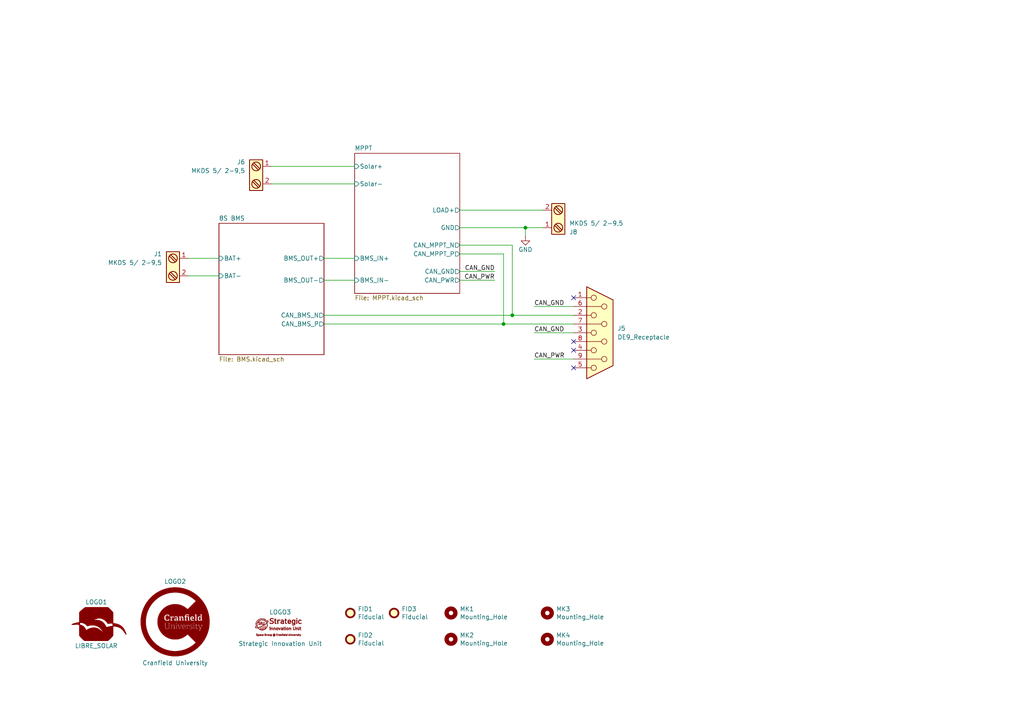
<source format=kicad_sch>
(kicad_sch (version 20250114) (generator "eeschema") (generator_version "9.0")
  (paper "A4")
  (lib_symbols
    (symbol "Connector:DE9_Receptacle" (pin_names (offset 1.016) (hide yes))
      (property "Reference" "J" (at 0 13.97 0))
      (property "Value" "DE9_Receptacle" (at 0 -14.605 0))
      (symbol "DE9_Receptacle_1_1"
        (pin passive line (at -7.62 10.16 0) (length 3.81) (name "1") (number "1"))
        (pin passive line (at -7.62 7.62 0) (length 3.81) (name "6") (number "6"))
        (pin passive line (at -7.62 5.08 0) (length 3.81) (name "2") (number "2"))
        (pin passive line (at -7.62 2.54 0) (length 3.81) (name "7") (number "7"))
        (pin passive line (at -7.62 0 0) (length 3.81) (name "3") (number "3"))
        (pin passive line (at -7.62 -2.54 0) (length 3.81) (name "8") (number "8"))
        (pin passive line (at -7.62 -5.08 0) (length 3.81) (name "4") (number "4"))
        (pin passive line (at -7.62 -7.62 0) (length 3.81) (name "9") (number "9"))
        (pin passive line (at -7.62 -10.16 0) (length 3.81) (name "5") (number "5"))
      )
    )
    (symbol "Mechanical:Fiducial" (exclude_from_sim yes) (in_bom no)
      (property "Reference" "FID" (at 0 5.08 0))
      (property "Value" "Fiducial" (at 0 3.175 0))
    )
    (symbol "Mechanical:MountingHole" (pin_names (offset 1.016)) (exclude_from_sim yes) (in_bom no)
      (property "Reference" "H" (at 0 5.08 0))
      (property "Value" "MountingHole" (at 0 3.175 0))
    )
    (symbol "Project:LibreSolar_Logo" (pin_numbers (hide yes)) (pin_names (offset 1.016) (hide yes))
      (property "Reference" "LOGO" (at 0 6.985 0))
      (property "Value" "LibreSolar_Logo" (at 0 -5.715 0))
    )
    (symbol "Project:Screw_Terminal_1x02" (pin_names (offset 0.762) (hide yes))
      (property "Reference" "J" (at 0 6.35 0))
      (property "Value" "Screw_Terminal_1x02" (at -3.81 0 90))
      (symbol "Screw_Terminal_1x02_1_1"
        (pin passive line (at 5.08 2.54 180) (length 2.54) (name "~") (number "1"))
        (pin passive line (at 5.08 -2.54 180) (length 2.54) (name "~") (number "2"))
      )
    )
    (symbol "cranfield_logo:LOGO" (pin_names (offset 1.016)))
    (symbol "power:GND" (power) (pin_numbers (hide yes)) (pin_names (offset 0) (hide yes))
      (property "Value" "GND" (at 0 -3.81 0))
      (symbol "GND_1_1"
        (pin power_in line (at 0 0 270) (length 0) (name "~") (number "1"))
      )
    )
    (symbol "strategic_innovation_unit:LOGO" (pin_names (offset 1.016)))
  )
  (junction (at 146.05 93.98))
  (junction (at 148.59 91.44))
  (junction (at 152.4 66.04))
  (no_connect (at 166.37 86.36))
  (no_connect (at 166.37 101.6))
  (no_connect (at 166.37 106.68))
  (no_connect (at 166.37 99.06))
  (wire (pts (xy 154.94 88.9) (xy 166.37 88.9)))
  (wire (pts (xy 133.35 73.66) (xy 146.05 73.66)))
  (wire (pts (xy 93.98 91.44) (xy 148.59 91.44)))
  (wire (pts (xy 93.98 93.98) (xy 146.05 93.98)))
  (wire (pts (xy 78.74 53.34) (xy 102.87 53.34)))
  (wire (pts (xy 133.35 71.12) (xy 148.59 71.12)))
  (wire (pts (xy 154.94 104.14) (xy 166.37 104.14)))
  (wire (pts (xy 54.61 80.01) (xy 63.5 80.01)))
  (wire (pts (xy 93.98 74.93) (xy 102.87 74.93)))
  (wire (pts (xy 78.74 48.26) (xy 102.87 48.26)))
  (wire (pts (xy 133.35 66.04) (xy 152.4 66.04)))
  (wire (pts (xy 93.98 81.28) (xy 102.87 81.28)))
  (wire (pts (xy 54.61 74.93) (xy 63.5 74.93)))
  (wire (pts (xy 148.59 71.12) (xy 148.59 91.44)))
  (wire (pts (xy 157.48 66.04) (xy 152.4 66.04)))
  (wire (pts (xy 146.05 93.98) (xy 166.37 93.98)))
  (wire (pts (xy 143.51 78.74) (xy 133.35 78.74)))
  (wire (pts (xy 148.59 91.44) (xy 166.37 91.44)))
  (wire (pts (xy 152.4 66.04) (xy 152.4 68.58)))
  (wire (pts (xy 133.35 81.28) (xy 143.51 81.28)))
  (wire (pts (xy 146.05 73.66) (xy 146.05 93.98)))
  (wire (pts (xy 133.35 60.96) (xy 157.48 60.96)))
  (wire (pts (xy 154.94 96.52) (xy 166.37 96.52)))
  (label "CAN_GND" (at 154.94 88.9 0))
  (label "CAN_PWR" (at 154.94 104.14 0))
  (label "CAN_GND" (at 154.94 96.52 0))
  (label "CAN_GND" (at 143.51 78.74 180))
  (label "CAN_PWR" (at 143.51 81.28 180))
  (symbol (lib_id "cranfield_logo:LOGO") (at 50.8 180.34 0) (unit 1)
    (property "Reference" "LOGO2" (at 50.8 168.656 0))
    (property "Value" "Cranfield University" (at 50.8 192.278 0))
    (property "Footprint" "LibreSolar:cranfield_logo" (effects (hide yes)))
  )
  (symbol (lib_id "Mechanical:Fiducial") (at 101.6 185.42 0) (unit 1)
    (property "Reference" "FID2" (at 103.759 184.2516 0) (effects (justify left)))
    (property "Value" "Fiducial" (at 103.759 186.563 0) (effects (justify left)))
    (property "Footprint" "LibreSolar:Fiducial_0.7mm" (effects (hide yes)))
    (property "Config" "+info" (effects (hide yes)))
  )
  (symbol (lib_id "Project:LibreSolar_Logo") (at 27.94 181.61 0) (unit 1)
    (property "Reference" "LOGO1" (at 27.94 174.625 0))
    (property "Value" "LIBRE_SOLAR" (at 27.94 187.325 0))
    (property "Footprint" "LibreSolar:LIBRESOLAR_LOGO" (effects (hide yes)))
    (property "Config" "+info" (effects (hide yes)))
  )
  (symbol (lib_id "Mechanical:Fiducial") (at 114.3 177.8 0) (unit 1)
    (property "Reference" "FID3" (at 116.459 176.6316 0) (effects (justify left)))
    (property "Value" "Fiducial" (at 116.459 178.943 0) (effects (justify left)))
    (property "Footprint" "LibreSolar:Fiducial_0.7mm" (effects (hide yes)))
    (property "Config" "+info" (effects (hide yes)))
  )
  (symbol (lib_id "strategic_innovation_unit:LOGO") (at 81.28 181.61 0) (unit 1)
    (property "Reference" "LOGO3" (at 81.28 177.546 0))
    (property "Value" "Strategic Innovation Unit" (at 81.28 186.69 0))
    (property "Footprint" "LibreSolar:strategic_innovation_unit" (effects (hide yes)))
  )
  (symbol (lib_id "Connector:DE9_Receptacle") (at 173.99 96.52 0) (unit 1)
    (property "Reference" "J5" (at 179.07 95.2499 0) (effects (justify left)))
    (property "Value" "DE9_Receptacle" (at 179.07 97.7899 0) (effects (justify left)))
    (property "Footprint" "LibreSolar:TE_2311765-1" (effects (hide yes)))
    (property "Description" "9-pin female receptacle socket D-SUB connector" (effects (hide yes)))
  )
  (symbol (lib_id "Mechanical:MountingHole") (at 158.75 185.42 0) (unit 1)
    (property "Reference" "MK4" (at 161.29 184.2516 0) (effects (justify left)))
    (property "Value" "Mounting_Hole" (at 161.29 186.563 0) (effects (justify left)))
    (property "Footprint" "MountingHole:MountingHole_3.2mm_M3" (effects (hide yes)))
    (property "Config" "+info" (effects (hide yes)))
  )
  (symbol (lib_id "Mechanical:Fiducial") (at 101.6 177.8 0) (unit 1)
    (property "Reference" "FID1" (at 103.759 176.6316 0) (effects (justify left)))
    (property "Value" "Fiducial" (at 103.759 178.943 0) (effects (justify left)))
    (property "Footprint" "LibreSolar:Fiducial_0.7mm" (effects (hide yes)))
    (property "Config" "+info" (effects (hide yes)))
  )
  (symbol (lib_id "Mechanical:MountingHole") (at 158.75 177.8 0) (unit 1)
    (property "Reference" "MK3" (at 161.29 176.6316 0) (effects (justify left)))
    (property "Value" "Mounting_Hole" (at 161.29 178.943 0) (effects (justify left)))
    (property "Footprint" "MountingHole:MountingHole_3.2mm_M3" (effects (hide yes)))
    (property "Config" "+info" (effects (hide yes)))
  )
  (symbol (lib_id "Mechanical:MountingHole") (at 130.81 177.8 0) (unit 1)
    (property "Reference" "MK1" (at 133.35 176.6316 0) (effects (justify left)))
    (property "Value" "Mounting_Hole" (at 133.35 178.943 0) (effects (justify left)))
    (property "Footprint" "MountingHole:MountingHole_3.2mm_M3" (effects (hide yes)))
    (property "Config" "+info" (effects (hide yes)))
  )
  (symbol (lib_id "Project:Screw_Terminal_1x02") (at 162.56 63.5 180) (unit 1)
    (property "Reference" "J8" (at 165.1 67.31 0) (effects (justify right)))
    (property "Value" "MKDS 5/ 2-9,5" (at 165.1 64.77 0) (effects (justify right)))
    (property "Footprint" "LibreSolar:Phoenix_Contact_MKDS_5-2-9,5" (effects (hide yes)))
    (property "Manufacturer" "Phoenix Contact" (effects (hide yes)))
    (property "PartNumber" "1714971" (effects (hide yes)))
    (property "Remarks" "Alternative: DECA MB910-952M" (effects (hide yes)))
  )
  (symbol (lib_id "Project:Screw_Terminal_1x02") (at 73.66 50.8 0) (unit 1)
    (property "Reference" "J6" (at 71.12 46.99 0) (effects (justify right)))
    (property "Value" "MKDS 5/ 2-9,5" (at 71.12 49.53 0) (effects (justify right)))
    (property "Footprint" "LibreSolar:Phoenix_Contact_MKDS_5-2-9,5" (effects (hide yes)))
    (property "Manufacturer" "Phoenix Contact" (effects (hide yes)))
    (property "PartNumber" "1714971" (effects (hide yes)))
    (property "Remarks" "Alternative: DECA MB910-952M" (effects (hide yes)))
  )
  (symbol (lib_id "Project:Screw_Terminal_1x02") (at 49.53 77.47 0) (unit 1)
    (property "Reference" "J1" (at 46.99 73.66 0) (effects (justify right)))
    (property "Value" "MKDS 5/ 2-9,5" (at 46.99 76.2 0) (effects (justify right)))
    (property "Footprint" "LibreSolar:Phoenix_Contact_MKDS_5-2-9,5" (effects (hide yes)))
    (property "Manufacturer" "Phoenix Contact" (effects (hide yes)))
    (property "PartNumber" "1714971" (effects (hide yes)))
    (property "Remarks" "Alternative: DECA MB910-952M" (effects (hide yes)))
  )
  (symbol (lib_id "power:GND") (at 152.4 68.58 0) (unit 1)
    (property "Reference" "#PWR073" (effects (hide yes)))
    (property "Value" "GND" (at 152.4 72.39 0))
    (property "Description" "Power symbol creates a global label with name \"GND\" , ground" (effects (hide yes)))
  )
  (symbol (lib_id "Mechanical:MountingHole") (at 130.81 185.42 0) (unit 1)
    (property "Reference" "MK2" (at 133.35 184.2516 0) (effects (justify left)))
    (property "Value" "Mounting_Hole" (at 133.35 186.563 0) (effects (justify left)))
    (property "Footprint" "MountingHole:MountingHole_3.2mm_M3" (effects (hide yes)))
    (property "Config" "+info" (effects (hide yes)))
  )
  (sheet (at 102.87 44.45) (size 30.48 40.64) (stroke (width 0.1524))
    (property "Sheetname" "MPPT" (at 102.87 43.7384 0) (effects (justify left bottom)))
    (property "Sheetfile" "MPPT.kicad_sch" (at 102.87 85.6746 0) (effects (justify left top)))
    (pin "LOAD+" output (at 133.35 60.96 0))
    (pin "Solar-" input (at 102.87 53.34 180))
    (pin "Solar+" input (at 102.87 48.26 180))
    (pin "GND" output (at 133.35 66.04 0))
    (pin "BMS_IN+" input (at 102.87 74.93 180))
    (pin "BMS_IN-" input (at 102.87 81.28 180))
    (pin "CAN_MPPT_P" output (at 133.35 73.66 0))
    (pin "CAN_GND" output (at 133.35 78.74 0))
    (pin "CAN_PWR" output (at 133.35 81.28 0))
    (pin "CAN_MPPT_N" output (at 133.35 71.12 0))
  )
  (sheet (at 63.5 64.77) (size 30.48 38.1) (stroke (width 0.1524))
    (property "Sheetname" "8S BMS" (at 63.5 64.0584 0) (effects (justify left bottom)))
    (property "Sheetfile" "BMS.kicad_sch" (at 63.5 103.4546 0) (effects (justify left top)))
    (pin "BMS_OUT+" output (at 93.98 74.93 0))
    (pin "BMS_OUT-" output (at 93.98 81.28 0))
    (pin "BAT+" input (at 63.5 74.93 180))
    (pin "BAT-" input (at 63.5 80.01 180))
    (pin "CAN_BMS_N" output (at 93.98 91.44 0))
    (pin "CAN_BMS_P" output (at 93.98 93.98 0))
  )
)
</source>
